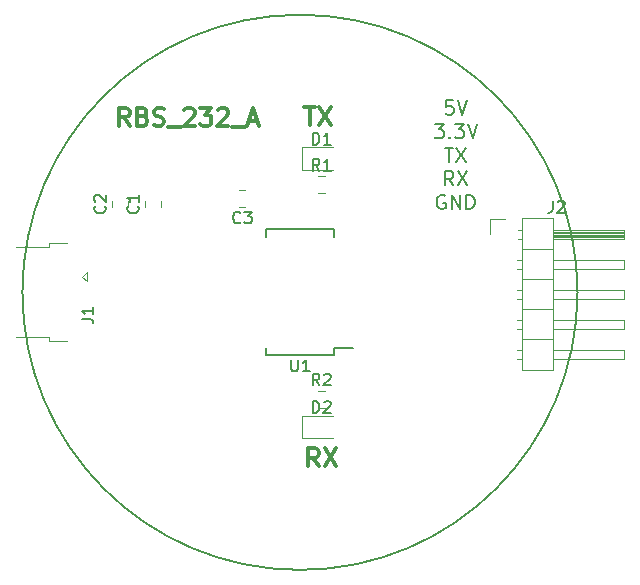
<source format=gbr>
G04 #@! TF.GenerationSoftware,KiCad,Pcbnew,5.0.2-bee76a0~70~ubuntu18.04.1*
G04 #@! TF.CreationDate,2019-08-23T13:18:12-04:00*
G04 #@! TF.ProjectId,badge,62616467-652e-46b6-9963-61645f706362,rev?*
G04 #@! TF.SameCoordinates,Original*
G04 #@! TF.FileFunction,Legend,Top*
G04 #@! TF.FilePolarity,Positive*
%FSLAX46Y46*%
G04 Gerber Fmt 4.6, Leading zero omitted, Abs format (unit mm)*
G04 Created by KiCad (PCBNEW 5.0.2-bee76a0~70~ubuntu18.04.1) date Fri 23 Aug 2019 01:18:12 PM EDT*
%MOMM*%
%LPD*%
G01*
G04 APERTURE LIST*
%ADD10C,0.200000*%
%ADD11C,0.300000*%
%ADD12C,0.120000*%
%ADD13C,0.150000*%
G04 APERTURE END LIST*
D10*
X192511600Y-93808600D02*
G75*
G03X192511600Y-93808600I-23500000J0D01*
G01*
D11*
X170590400Y-108526971D02*
X170090400Y-107812685D01*
X169733257Y-108526971D02*
X169733257Y-107026971D01*
X170304685Y-107026971D01*
X170447542Y-107098400D01*
X170518971Y-107169828D01*
X170590400Y-107312685D01*
X170590400Y-107526971D01*
X170518971Y-107669828D01*
X170447542Y-107741257D01*
X170304685Y-107812685D01*
X169733257Y-107812685D01*
X171090400Y-107026971D02*
X172090400Y-108526971D01*
X172090400Y-107026971D02*
X171090400Y-108526971D01*
X169392742Y-78147171D02*
X170249885Y-78147171D01*
X169821314Y-79647171D02*
X169821314Y-78147171D01*
X170607028Y-78147171D02*
X171607028Y-79647171D01*
X171607028Y-78147171D02*
X170607028Y-79647171D01*
D10*
X181965628Y-77562657D02*
X181394200Y-77562657D01*
X181337057Y-78134085D01*
X181394200Y-78076942D01*
X181508485Y-78019800D01*
X181794200Y-78019800D01*
X181908485Y-78076942D01*
X181965628Y-78134085D01*
X182022771Y-78248371D01*
X182022771Y-78534085D01*
X181965628Y-78648371D01*
X181908485Y-78705514D01*
X181794200Y-78762657D01*
X181508485Y-78762657D01*
X181394200Y-78705514D01*
X181337057Y-78648371D01*
X182365628Y-77562657D02*
X182765628Y-78762657D01*
X183165628Y-77562657D01*
X180422771Y-79562657D02*
X181165628Y-79562657D01*
X180765628Y-80019800D01*
X180937057Y-80019800D01*
X181051342Y-80076942D01*
X181108485Y-80134085D01*
X181165628Y-80248371D01*
X181165628Y-80534085D01*
X181108485Y-80648371D01*
X181051342Y-80705514D01*
X180937057Y-80762657D01*
X180594200Y-80762657D01*
X180479914Y-80705514D01*
X180422771Y-80648371D01*
X181679914Y-80648371D02*
X181737057Y-80705514D01*
X181679914Y-80762657D01*
X181622771Y-80705514D01*
X181679914Y-80648371D01*
X181679914Y-80762657D01*
X182137057Y-79562657D02*
X182879914Y-79562657D01*
X182479914Y-80019800D01*
X182651342Y-80019800D01*
X182765628Y-80076942D01*
X182822771Y-80134085D01*
X182879914Y-80248371D01*
X182879914Y-80534085D01*
X182822771Y-80648371D01*
X182765628Y-80705514D01*
X182651342Y-80762657D01*
X182308485Y-80762657D01*
X182194200Y-80705514D01*
X182137057Y-80648371D01*
X183222771Y-79562657D02*
X183622771Y-80762657D01*
X184022771Y-79562657D01*
X181279914Y-81562657D02*
X181965628Y-81562657D01*
X181622771Y-82762657D02*
X181622771Y-81562657D01*
X182251342Y-81562657D02*
X183051342Y-82762657D01*
X183051342Y-81562657D02*
X182251342Y-82762657D01*
X181994200Y-84762657D02*
X181594200Y-84191228D01*
X181308485Y-84762657D02*
X181308485Y-83562657D01*
X181765628Y-83562657D01*
X181879914Y-83619800D01*
X181937057Y-83676942D01*
X181994200Y-83791228D01*
X181994200Y-83962657D01*
X181937057Y-84076942D01*
X181879914Y-84134085D01*
X181765628Y-84191228D01*
X181308485Y-84191228D01*
X182394200Y-83562657D02*
X183194200Y-84762657D01*
X183194200Y-83562657D02*
X182394200Y-84762657D01*
X181279914Y-85619800D02*
X181165628Y-85562657D01*
X180994200Y-85562657D01*
X180822771Y-85619800D01*
X180708485Y-85734085D01*
X180651342Y-85848371D01*
X180594200Y-86076942D01*
X180594200Y-86248371D01*
X180651342Y-86476942D01*
X180708485Y-86591228D01*
X180822771Y-86705514D01*
X180994200Y-86762657D01*
X181108485Y-86762657D01*
X181279914Y-86705514D01*
X181337057Y-86648371D01*
X181337057Y-86248371D01*
X181108485Y-86248371D01*
X181851342Y-86762657D02*
X181851342Y-85562657D01*
X182537057Y-86762657D01*
X182537057Y-85562657D01*
X183108485Y-86762657D02*
X183108485Y-85562657D01*
X183394200Y-85562657D01*
X183565628Y-85619800D01*
X183679914Y-85734085D01*
X183737057Y-85848371D01*
X183794200Y-86076942D01*
X183794200Y-86248371D01*
X183737057Y-86476942D01*
X183679914Y-86591228D01*
X183565628Y-86705514D01*
X183394200Y-86762657D01*
X183108485Y-86762657D01*
D11*
X154583428Y-79697971D02*
X154083428Y-78983685D01*
X153726285Y-79697971D02*
X153726285Y-78197971D01*
X154297714Y-78197971D01*
X154440571Y-78269400D01*
X154512000Y-78340828D01*
X154583428Y-78483685D01*
X154583428Y-78697971D01*
X154512000Y-78840828D01*
X154440571Y-78912257D01*
X154297714Y-78983685D01*
X153726285Y-78983685D01*
X155726285Y-78912257D02*
X155940571Y-78983685D01*
X156012000Y-79055114D01*
X156083428Y-79197971D01*
X156083428Y-79412257D01*
X156012000Y-79555114D01*
X155940571Y-79626542D01*
X155797714Y-79697971D01*
X155226285Y-79697971D01*
X155226285Y-78197971D01*
X155726285Y-78197971D01*
X155869142Y-78269400D01*
X155940571Y-78340828D01*
X156012000Y-78483685D01*
X156012000Y-78626542D01*
X155940571Y-78769400D01*
X155869142Y-78840828D01*
X155726285Y-78912257D01*
X155226285Y-78912257D01*
X156654857Y-79626542D02*
X156869142Y-79697971D01*
X157226285Y-79697971D01*
X157369142Y-79626542D01*
X157440571Y-79555114D01*
X157512000Y-79412257D01*
X157512000Y-79269400D01*
X157440571Y-79126542D01*
X157369142Y-79055114D01*
X157226285Y-78983685D01*
X156940571Y-78912257D01*
X156797714Y-78840828D01*
X156726285Y-78769400D01*
X156654857Y-78626542D01*
X156654857Y-78483685D01*
X156726285Y-78340828D01*
X156797714Y-78269400D01*
X156940571Y-78197971D01*
X157297714Y-78197971D01*
X157512000Y-78269400D01*
X157797714Y-79840828D02*
X158940571Y-79840828D01*
X159226285Y-78340828D02*
X159297714Y-78269400D01*
X159440571Y-78197971D01*
X159797714Y-78197971D01*
X159940571Y-78269400D01*
X160012000Y-78340828D01*
X160083428Y-78483685D01*
X160083428Y-78626542D01*
X160012000Y-78840828D01*
X159154857Y-79697971D01*
X160083428Y-79697971D01*
X160583428Y-78197971D02*
X161512000Y-78197971D01*
X161012000Y-78769400D01*
X161226285Y-78769400D01*
X161369142Y-78840828D01*
X161440571Y-78912257D01*
X161512000Y-79055114D01*
X161512000Y-79412257D01*
X161440571Y-79555114D01*
X161369142Y-79626542D01*
X161226285Y-79697971D01*
X160797714Y-79697971D01*
X160654857Y-79626542D01*
X160583428Y-79555114D01*
X162083428Y-78340828D02*
X162154857Y-78269400D01*
X162297714Y-78197971D01*
X162654857Y-78197971D01*
X162797714Y-78269400D01*
X162869142Y-78340828D01*
X162940571Y-78483685D01*
X162940571Y-78626542D01*
X162869142Y-78840828D01*
X162012000Y-79697971D01*
X162940571Y-79697971D01*
X163226285Y-79840828D02*
X164369142Y-79840828D01*
X164654857Y-79269400D02*
X165369142Y-79269400D01*
X164512000Y-79697971D02*
X165012000Y-78197971D01*
X165512000Y-79697971D01*
D12*
G04 #@! TO.C,C1*
X155855600Y-86604852D02*
X155855600Y-86082348D01*
X157275600Y-86604852D02*
X157275600Y-86082348D01*
G04 #@! TO.C,C2*
X154481600Y-86604852D02*
X154481600Y-86082348D01*
X153061600Y-86604852D02*
X153061600Y-86082348D01*
G04 #@! TO.C,C3*
X164396052Y-86587400D02*
X163873548Y-86587400D01*
X164396052Y-85167400D02*
X163873548Y-85167400D01*
G04 #@! TO.C,D1*
X169146400Y-83459200D02*
X171831400Y-83459200D01*
X169146400Y-81539200D02*
X169146400Y-83459200D01*
X171831400Y-81539200D02*
X169146400Y-81539200D01*
G04 #@! TO.C,D2*
X171831400Y-104246800D02*
X169146400Y-104246800D01*
X169146400Y-104246800D02*
X169146400Y-106166800D01*
X169146400Y-106166800D02*
X171831400Y-106166800D01*
G04 #@! TO.C,J1*
X147766000Y-89633600D02*
X149316000Y-89633600D01*
X147766000Y-89633600D02*
X147766000Y-89933600D01*
X144966000Y-89933600D02*
X147766000Y-89933600D01*
X147766000Y-97933600D02*
X149316000Y-97933600D01*
X147766000Y-97633600D02*
X147766000Y-97933600D01*
X144966000Y-97633600D02*
X147766000Y-97633600D01*
X151016000Y-92883600D02*
X150566000Y-92483600D01*
X151016000Y-92083600D02*
X151016000Y-92883600D01*
X150566000Y-92483600D02*
X151016000Y-92083600D01*
G04 #@! TO.C,J2*
X187799800Y-87544600D02*
X187799800Y-100364600D01*
X187799800Y-100364600D02*
X190459800Y-100364600D01*
X190459800Y-100364600D02*
X190459800Y-87544600D01*
X190459800Y-87544600D02*
X187799800Y-87544600D01*
X190459800Y-88494600D02*
X196459800Y-88494600D01*
X196459800Y-88494600D02*
X196459800Y-89254600D01*
X196459800Y-89254600D02*
X190459800Y-89254600D01*
X190459800Y-88554600D02*
X196459800Y-88554600D01*
X190459800Y-88674600D02*
X196459800Y-88674600D01*
X190459800Y-88794600D02*
X196459800Y-88794600D01*
X190459800Y-88914600D02*
X196459800Y-88914600D01*
X190459800Y-89034600D02*
X196459800Y-89034600D01*
X190459800Y-89154600D02*
X196459800Y-89154600D01*
X187469800Y-88494600D02*
X187799800Y-88494600D01*
X187469800Y-89254600D02*
X187799800Y-89254600D01*
X187799800Y-90144600D02*
X190459800Y-90144600D01*
X190459800Y-91034600D02*
X196459800Y-91034600D01*
X196459800Y-91034600D02*
X196459800Y-91794600D01*
X196459800Y-91794600D02*
X190459800Y-91794600D01*
X187402729Y-91034600D02*
X187799800Y-91034600D01*
X187402729Y-91794600D02*
X187799800Y-91794600D01*
X187799800Y-92684600D02*
X190459800Y-92684600D01*
X190459800Y-93574600D02*
X196459800Y-93574600D01*
X196459800Y-93574600D02*
X196459800Y-94334600D01*
X196459800Y-94334600D02*
X190459800Y-94334600D01*
X187402729Y-93574600D02*
X187799800Y-93574600D01*
X187402729Y-94334600D02*
X187799800Y-94334600D01*
X187799800Y-95224600D02*
X190459800Y-95224600D01*
X190459800Y-96114600D02*
X196459800Y-96114600D01*
X196459800Y-96114600D02*
X196459800Y-96874600D01*
X196459800Y-96874600D02*
X190459800Y-96874600D01*
X187402729Y-96114600D02*
X187799800Y-96114600D01*
X187402729Y-96874600D02*
X187799800Y-96874600D01*
X187799800Y-97764600D02*
X190459800Y-97764600D01*
X190459800Y-98654600D02*
X196459800Y-98654600D01*
X196459800Y-98654600D02*
X196459800Y-99414600D01*
X196459800Y-99414600D02*
X190459800Y-99414600D01*
X187402729Y-98654600D02*
X187799800Y-98654600D01*
X187402729Y-99414600D02*
X187799800Y-99414600D01*
X185089800Y-88874600D02*
X185089800Y-87604600D01*
X185089800Y-87604600D02*
X186359800Y-87604600D01*
G04 #@! TO.C,R1*
X170570148Y-85419000D02*
X171092652Y-85419000D01*
X170570148Y-83999000D02*
X171092652Y-83999000D01*
G04 #@! TO.C,R2*
X170570148Y-102185400D02*
X171092652Y-102185400D01*
X170570148Y-103605400D02*
X171092652Y-103605400D01*
D13*
G04 #@! TO.C,U1*
X171886600Y-99133600D02*
X171886600Y-98558600D01*
X166136600Y-99133600D02*
X166136600Y-98483600D01*
X166136600Y-88483600D02*
X166136600Y-89133600D01*
X171886600Y-88483600D02*
X171886600Y-89133600D01*
X171886600Y-99133600D02*
X166136600Y-99133600D01*
X171886600Y-88483600D02*
X166136600Y-88483600D01*
X171886600Y-98558600D02*
X173486600Y-98558600D01*
G04 #@! TO.C,C1*
X155272742Y-86510266D02*
X155320361Y-86557885D01*
X155367980Y-86700742D01*
X155367980Y-86795980D01*
X155320361Y-86938838D01*
X155225123Y-87034076D01*
X155129885Y-87081695D01*
X154939409Y-87129314D01*
X154796552Y-87129314D01*
X154606076Y-87081695D01*
X154510838Y-87034076D01*
X154415600Y-86938838D01*
X154367980Y-86795980D01*
X154367980Y-86700742D01*
X154415600Y-86557885D01*
X154463219Y-86510266D01*
X155367980Y-85557885D02*
X155367980Y-86129314D01*
X155367980Y-85843600D02*
X154367980Y-85843600D01*
X154510838Y-85938838D01*
X154606076Y-86034076D01*
X154653695Y-86129314D01*
G04 #@! TO.C,C2*
X152478742Y-86510266D02*
X152526361Y-86557885D01*
X152573980Y-86700742D01*
X152573980Y-86795980D01*
X152526361Y-86938838D01*
X152431123Y-87034076D01*
X152335885Y-87081695D01*
X152145409Y-87129314D01*
X152002552Y-87129314D01*
X151812076Y-87081695D01*
X151716838Y-87034076D01*
X151621600Y-86938838D01*
X151573980Y-86795980D01*
X151573980Y-86700742D01*
X151621600Y-86557885D01*
X151669219Y-86510266D01*
X151669219Y-86129314D02*
X151621600Y-86081695D01*
X151573980Y-85986457D01*
X151573980Y-85748361D01*
X151621600Y-85653123D01*
X151669219Y-85605504D01*
X151764457Y-85557885D01*
X151859695Y-85557885D01*
X152002552Y-85605504D01*
X152573980Y-86176933D01*
X152573980Y-85557885D01*
G04 #@! TO.C,C3*
X163968133Y-87884542D02*
X163920514Y-87932161D01*
X163777657Y-87979780D01*
X163682419Y-87979780D01*
X163539561Y-87932161D01*
X163444323Y-87836923D01*
X163396704Y-87741685D01*
X163349085Y-87551209D01*
X163349085Y-87408352D01*
X163396704Y-87217876D01*
X163444323Y-87122638D01*
X163539561Y-87027400D01*
X163682419Y-86979780D01*
X163777657Y-86979780D01*
X163920514Y-87027400D01*
X163968133Y-87075019D01*
X164301466Y-86979780D02*
X164920514Y-86979780D01*
X164587180Y-87360733D01*
X164730038Y-87360733D01*
X164825276Y-87408352D01*
X164872895Y-87455971D01*
X164920514Y-87551209D01*
X164920514Y-87789304D01*
X164872895Y-87884542D01*
X164825276Y-87932161D01*
X164730038Y-87979780D01*
X164444323Y-87979780D01*
X164349085Y-87932161D01*
X164301466Y-87884542D01*
G04 #@! TO.C,D1*
X170093304Y-81301580D02*
X170093304Y-80301580D01*
X170331400Y-80301580D01*
X170474257Y-80349200D01*
X170569495Y-80444438D01*
X170617114Y-80539676D01*
X170664733Y-80730152D01*
X170664733Y-80873009D01*
X170617114Y-81063485D01*
X170569495Y-81158723D01*
X170474257Y-81253961D01*
X170331400Y-81301580D01*
X170093304Y-81301580D01*
X171617114Y-81301580D02*
X171045685Y-81301580D01*
X171331400Y-81301580D02*
X171331400Y-80301580D01*
X171236161Y-80444438D01*
X171140923Y-80539676D01*
X171045685Y-80587295D01*
G04 #@! TO.C,D2*
X170093304Y-104009180D02*
X170093304Y-103009180D01*
X170331400Y-103009180D01*
X170474257Y-103056800D01*
X170569495Y-103152038D01*
X170617114Y-103247276D01*
X170664733Y-103437752D01*
X170664733Y-103580609D01*
X170617114Y-103771085D01*
X170569495Y-103866323D01*
X170474257Y-103961561D01*
X170331400Y-104009180D01*
X170093304Y-104009180D01*
X171045685Y-103104419D02*
X171093304Y-103056800D01*
X171188542Y-103009180D01*
X171426638Y-103009180D01*
X171521876Y-103056800D01*
X171569495Y-103104419D01*
X171617114Y-103199657D01*
X171617114Y-103294895D01*
X171569495Y-103437752D01*
X170998066Y-104009180D01*
X171617114Y-104009180D01*
G04 #@! TO.C,J1*
X150518380Y-96066933D02*
X151232666Y-96066933D01*
X151375523Y-96114552D01*
X151470761Y-96209790D01*
X151518380Y-96352647D01*
X151518380Y-96447885D01*
X151518380Y-95066933D02*
X151518380Y-95638361D01*
X151518380Y-95352647D02*
X150518380Y-95352647D01*
X150661238Y-95447885D01*
X150756476Y-95543123D01*
X150804095Y-95638361D01*
G04 #@! TO.C,J2*
X190411466Y-86056980D02*
X190411466Y-86771266D01*
X190363847Y-86914123D01*
X190268609Y-87009361D01*
X190125752Y-87056980D01*
X190030514Y-87056980D01*
X190840038Y-86152219D02*
X190887657Y-86104600D01*
X190982895Y-86056980D01*
X191220990Y-86056980D01*
X191316228Y-86104600D01*
X191363847Y-86152219D01*
X191411466Y-86247457D01*
X191411466Y-86342695D01*
X191363847Y-86485552D01*
X190792419Y-87056980D01*
X191411466Y-87056980D01*
G04 #@! TO.C,R1*
X170664733Y-83511380D02*
X170331400Y-83035190D01*
X170093304Y-83511380D02*
X170093304Y-82511380D01*
X170474257Y-82511380D01*
X170569495Y-82559000D01*
X170617114Y-82606619D01*
X170664733Y-82701857D01*
X170664733Y-82844714D01*
X170617114Y-82939952D01*
X170569495Y-82987571D01*
X170474257Y-83035190D01*
X170093304Y-83035190D01*
X171617114Y-83511380D02*
X171045685Y-83511380D01*
X171331400Y-83511380D02*
X171331400Y-82511380D01*
X171236161Y-82654238D01*
X171140923Y-82749476D01*
X171045685Y-82797095D01*
G04 #@! TO.C,R2*
X170664733Y-101697780D02*
X170331400Y-101221590D01*
X170093304Y-101697780D02*
X170093304Y-100697780D01*
X170474257Y-100697780D01*
X170569495Y-100745400D01*
X170617114Y-100793019D01*
X170664733Y-100888257D01*
X170664733Y-101031114D01*
X170617114Y-101126352D01*
X170569495Y-101173971D01*
X170474257Y-101221590D01*
X170093304Y-101221590D01*
X171045685Y-100793019D02*
X171093304Y-100745400D01*
X171188542Y-100697780D01*
X171426638Y-100697780D01*
X171521876Y-100745400D01*
X171569495Y-100793019D01*
X171617114Y-100888257D01*
X171617114Y-100983495D01*
X171569495Y-101126352D01*
X170998066Y-101697780D01*
X171617114Y-101697780D01*
G04 #@! TO.C,U1*
X168249695Y-99510980D02*
X168249695Y-100320504D01*
X168297314Y-100415742D01*
X168344933Y-100463361D01*
X168440171Y-100510980D01*
X168630647Y-100510980D01*
X168725885Y-100463361D01*
X168773504Y-100415742D01*
X168821123Y-100320504D01*
X168821123Y-99510980D01*
X169821123Y-100510980D02*
X169249695Y-100510980D01*
X169535409Y-100510980D02*
X169535409Y-99510980D01*
X169440171Y-99653838D01*
X169344933Y-99749076D01*
X169249695Y-99796695D01*
G04 #@! TD*
M02*

</source>
